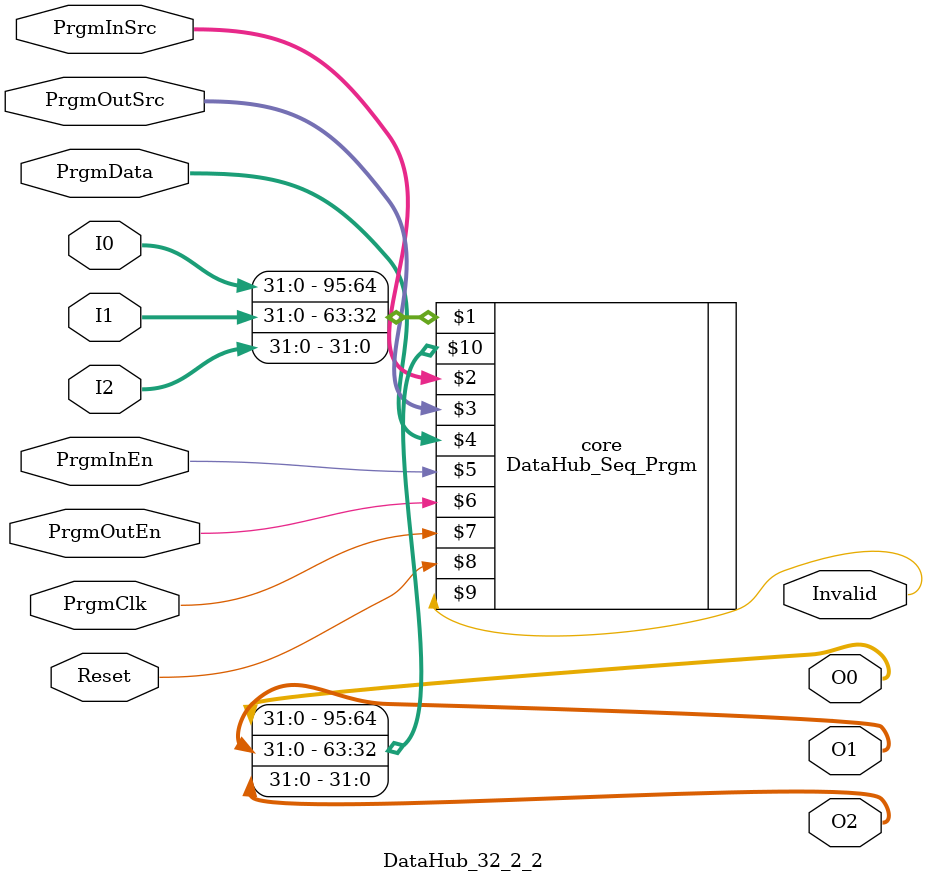
<source format=v>
module DataHub_32_2_2
(
    input	[31:0]                  I0,
    input	[31:0]                  I1,
    input	[31:0]                  I2,
	input	[1:0]                   PrgmInSrc,
	input	[1:0]	                PrgmOutSrc,
	input	[31:0]	                PrgmData,
	input						    PrgmInEn,
	input							PrgmOutEn,
	input                           PrgmClk,
	input							Reset,
	output     						Invalid,
	output	[31:0]                  O0,
	output	[31:0]                  O1,
	output	[31:0]                  O2
    );
    DataHub_Seq_Prgm #(32, 2, 2) core({I0, I1, I2}, PrgmInSrc, PrgmOutSrc, PrgmData, PrgmInEn, PrgmOutEn,
                             PrgmClk, Reset, Invalid, {O0, O1, O2});
endmodule

</source>
